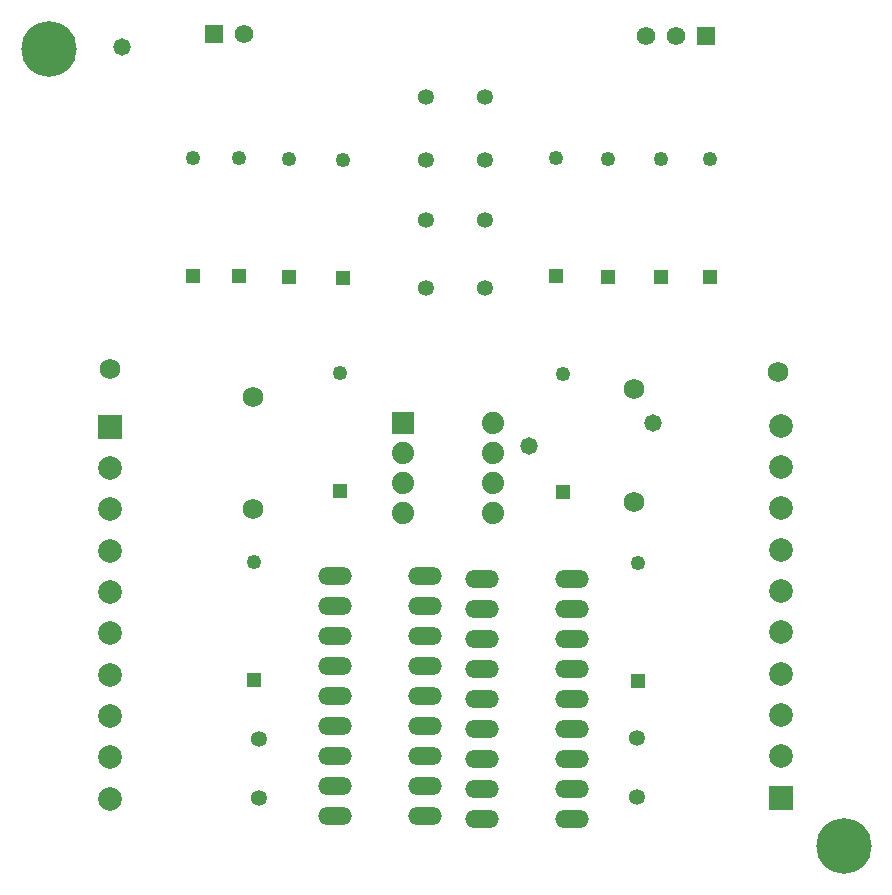
<source format=gts>
G04*
G04 #@! TF.GenerationSoftware,Altium Limited,Altium Designer,23.9.2 (47)*
G04*
G04 Layer_Color=8388736*
%FSLAX44Y44*%
%MOMM*%
G71*
G04*
G04 #@! TF.SameCoordinates,B01C943C-82B9-4626-82FF-92624BC3EB66*
G04*
G04*
G04 #@! TF.FilePolarity,Negative*
G04*
G01*
G75*
%ADD14R,2.0032X2.0032*%
%ADD15C,2.0032*%
%ADD16C,4.7032*%
%ADD17R,1.2500X1.2500*%
%ADD18C,1.2500*%
%ADD19C,1.7532*%
%ADD20C,1.3532*%
%ADD21O,2.8448X1.5240*%
%ADD22C,1.5732*%
%ADD23R,1.5732X1.5732*%
%ADD24R,1.5732X1.5732*%
%ADD25C,1.7332*%
%ADD26C,1.8796*%
%ADD27R,1.8796X1.8796*%
%ADD28C,1.4732*%
D14*
X81280Y385520D02*
D03*
X648970Y71230D02*
D03*
D15*
X81280Y350520D02*
D03*
Y315520D02*
D03*
Y280520D02*
D03*
Y245520D02*
D03*
Y210520D02*
D03*
Y175520D02*
D03*
Y140520D02*
D03*
Y105520D02*
D03*
Y70520D02*
D03*
X648970Y106230D02*
D03*
Y141230D02*
D03*
Y176230D02*
D03*
Y211230D02*
D03*
Y246230D02*
D03*
Y281230D02*
D03*
Y316230D02*
D03*
Y351230D02*
D03*
Y386230D02*
D03*
D16*
X702310Y30480D02*
D03*
X29591Y705104D02*
D03*
D17*
X232410Y511810D02*
D03*
X203200Y170980D02*
D03*
X528320Y169710D02*
D03*
X589280Y511810D02*
D03*
X464820Y329730D02*
D03*
X458470Y512610D02*
D03*
X275590Y331000D02*
D03*
X278130Y511340D02*
D03*
X502920Y511810D02*
D03*
X547370D02*
D03*
X190500Y512610D02*
D03*
X151130D02*
D03*
D18*
X232410Y611810D02*
D03*
X203200Y270980D02*
D03*
X528320Y269710D02*
D03*
X589280Y611810D02*
D03*
X464820Y429730D02*
D03*
X458470Y612610D02*
D03*
X275590Y431000D02*
D03*
X278130Y611340D02*
D03*
X502920Y611810D02*
D03*
X547370D02*
D03*
X190500Y612610D02*
D03*
X151130D02*
D03*
D19*
X201930Y315520D02*
D03*
Y410920D02*
D03*
X524510Y321870D02*
D03*
Y417270D02*
D03*
D20*
X207010Y70650D02*
D03*
Y120650D02*
D03*
X527050Y71920D02*
D03*
Y121920D02*
D03*
X348380Y502920D02*
D03*
X398380D02*
D03*
X348380Y560070D02*
D03*
X398380D02*
D03*
Y610870D02*
D03*
X348380D02*
D03*
X398380Y664210D02*
D03*
X348380D02*
D03*
D21*
X472440Y53340D02*
D03*
Y78740D02*
D03*
Y205740D02*
D03*
Y231140D02*
D03*
Y104140D02*
D03*
Y129540D02*
D03*
Y180340D02*
D03*
Y154940D02*
D03*
Y256540D02*
D03*
X396240D02*
D03*
Y231140D02*
D03*
Y205740D02*
D03*
Y180340D02*
D03*
Y154940D02*
D03*
Y129540D02*
D03*
Y104140D02*
D03*
Y78740D02*
D03*
Y53340D02*
D03*
X347980Y259080D02*
D03*
Y233680D02*
D03*
Y208280D02*
D03*
Y182880D02*
D03*
Y157480D02*
D03*
Y132080D02*
D03*
Y106680D02*
D03*
Y81280D02*
D03*
Y55880D02*
D03*
X271780D02*
D03*
Y157480D02*
D03*
Y132080D02*
D03*
Y182880D02*
D03*
Y208280D02*
D03*
Y81280D02*
D03*
Y106680D02*
D03*
Y233680D02*
D03*
Y259080D02*
D03*
D22*
X194310Y717550D02*
D03*
X534670Y716280D02*
D03*
X560070D02*
D03*
D23*
X168910Y717550D02*
D03*
D24*
X585470Y716280D02*
D03*
D25*
X646430Y431800D02*
D03*
X81280Y434340D02*
D03*
D26*
X405130Y388620D02*
D03*
Y363220D02*
D03*
Y337820D02*
D03*
Y312420D02*
D03*
X328930D02*
D03*
Y337820D02*
D03*
Y363220D02*
D03*
D27*
Y388620D02*
D03*
D28*
X91440Y706628D02*
D03*
X436118Y368808D02*
D03*
X541020Y388620D02*
D03*
M02*

</source>
